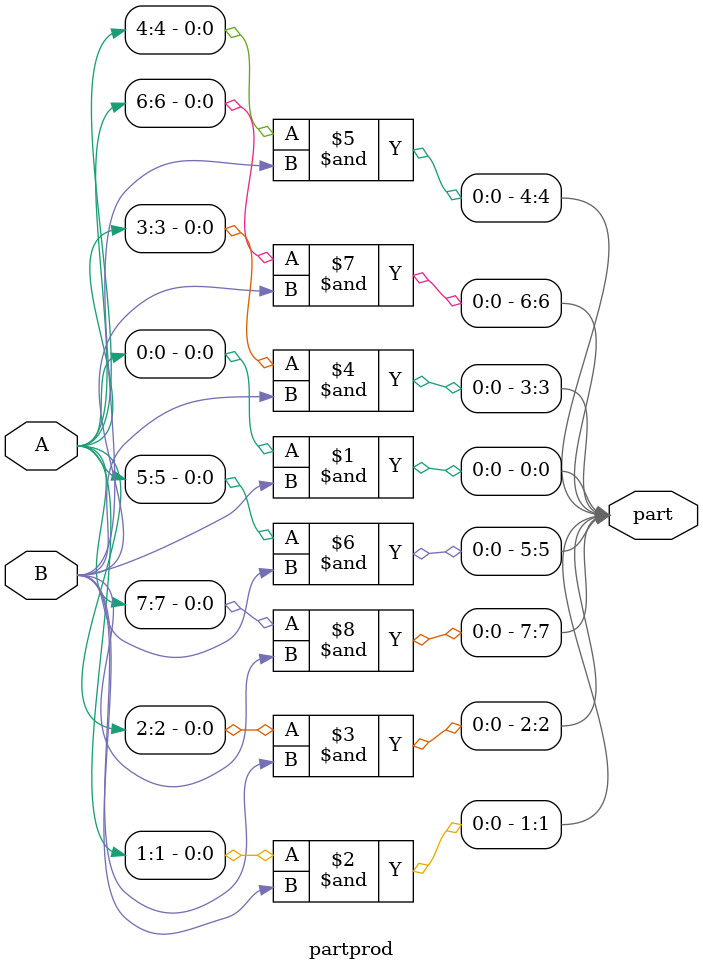
<source format=v>
module partprod(A, B, part);
	input [7:0] A;
	input B;
	output [7:0] part;

	assign part[0] = A[0]&B;
	assign part[1] = A[1]&B;
	assign part[2] = A[2]&B;
	assign part[3] = A[3]&B;
	assign part[4] = A[4]&B;
	assign part[5] = A[5]&B;
	assign part[6] = A[6]&B;
	assign part[7] = A[7]&B;


endmodule
</source>
